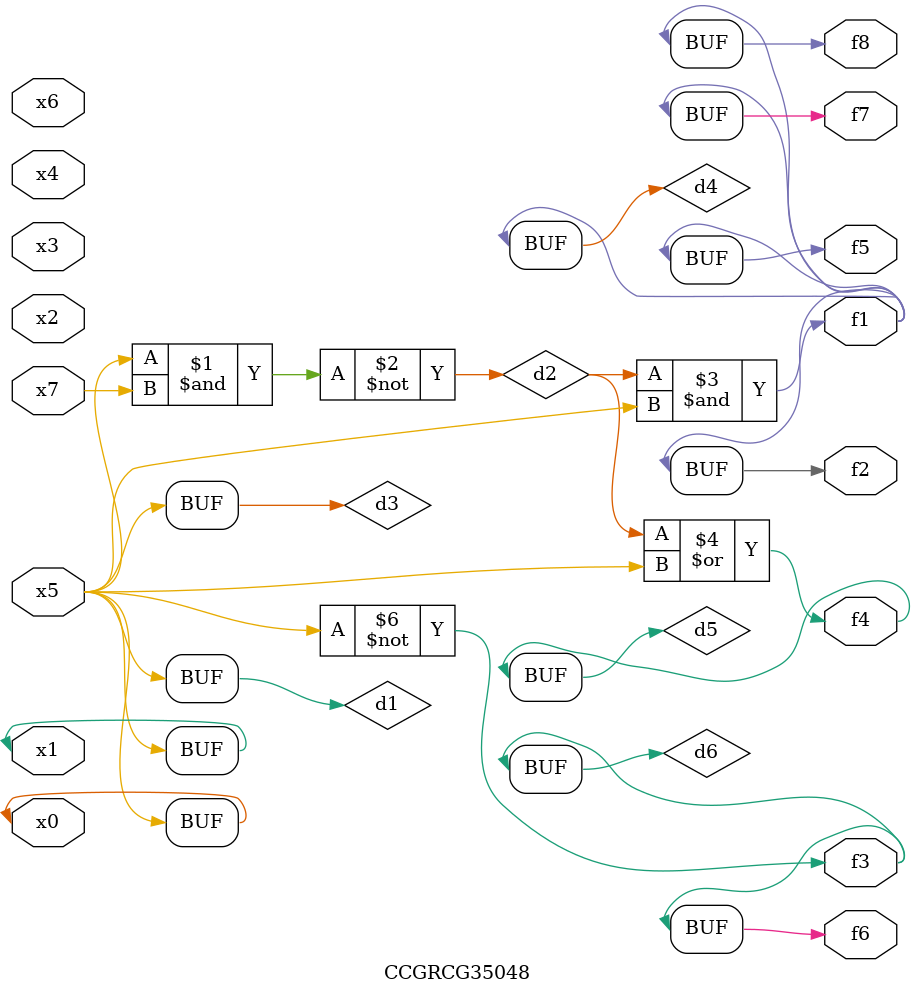
<source format=v>
module CCGRCG35048(
	input x0, x1, x2, x3, x4, x5, x6, x7,
	output f1, f2, f3, f4, f5, f6, f7, f8
);

	wire d1, d2, d3, d4, d5, d6;

	buf (d1, x0, x5);
	nand (d2, x5, x7);
	buf (d3, x0, x1);
	and (d4, d2, d3);
	or (d5, d2, d3);
	nor (d6, d1, d3);
	assign f1 = d4;
	assign f2 = d4;
	assign f3 = d6;
	assign f4 = d5;
	assign f5 = d4;
	assign f6 = d6;
	assign f7 = d4;
	assign f8 = d4;
endmodule

</source>
